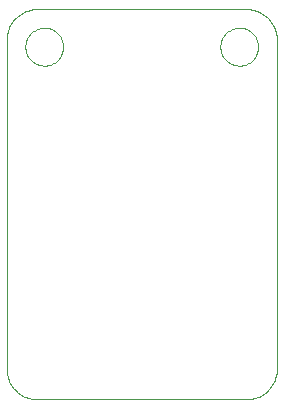
<source format=gbo>
G75*
G70*
%OFA0B0*%
%FSLAX24Y24*%
%IPPOS*%
%LPD*%
%AMOC8*
5,1,8,0,0,1.08239X$1,22.5*
%
%ADD10C,0.0000*%
D10*
X000150Y001150D02*
X000150Y012150D01*
X000152Y012210D01*
X000157Y012271D01*
X000166Y012330D01*
X000179Y012389D01*
X000195Y012448D01*
X000215Y012505D01*
X000238Y012560D01*
X000265Y012615D01*
X000294Y012667D01*
X000327Y012718D01*
X000363Y012767D01*
X000401Y012813D01*
X000443Y012857D01*
X000487Y012899D01*
X000533Y012937D01*
X000582Y012973D01*
X000633Y013006D01*
X000685Y013035D01*
X000740Y013062D01*
X000795Y013085D01*
X000852Y013105D01*
X000911Y013121D01*
X000970Y013134D01*
X001029Y013143D01*
X001090Y013148D01*
X001150Y013150D01*
X008150Y013150D01*
X008210Y013148D01*
X008271Y013143D01*
X008330Y013134D01*
X008389Y013121D01*
X008448Y013105D01*
X008505Y013085D01*
X008560Y013062D01*
X008615Y013035D01*
X008667Y013006D01*
X008718Y012973D01*
X008767Y012937D01*
X008813Y012899D01*
X008857Y012857D01*
X008899Y012813D01*
X008937Y012767D01*
X008973Y012718D01*
X009006Y012667D01*
X009035Y012615D01*
X009062Y012560D01*
X009085Y012505D01*
X009105Y012448D01*
X009121Y012389D01*
X009134Y012330D01*
X009143Y012271D01*
X009148Y012210D01*
X009150Y012150D01*
X009150Y001150D01*
X009148Y001090D01*
X009143Y001029D01*
X009134Y000970D01*
X009121Y000911D01*
X009105Y000852D01*
X009085Y000795D01*
X009062Y000740D01*
X009035Y000685D01*
X009006Y000633D01*
X008973Y000582D01*
X008937Y000533D01*
X008899Y000487D01*
X008857Y000443D01*
X008813Y000401D01*
X008767Y000363D01*
X008718Y000327D01*
X008667Y000294D01*
X008615Y000265D01*
X008560Y000238D01*
X008505Y000215D01*
X008448Y000195D01*
X008389Y000179D01*
X008330Y000166D01*
X008271Y000157D01*
X008210Y000152D01*
X008150Y000150D01*
X001150Y000150D01*
X001090Y000152D01*
X001029Y000157D01*
X000970Y000166D01*
X000911Y000179D01*
X000852Y000195D01*
X000795Y000215D01*
X000740Y000238D01*
X000685Y000265D01*
X000633Y000294D01*
X000582Y000327D01*
X000533Y000363D01*
X000487Y000401D01*
X000443Y000443D01*
X000401Y000487D01*
X000363Y000533D01*
X000327Y000582D01*
X000294Y000633D01*
X000265Y000685D01*
X000238Y000740D01*
X000215Y000795D01*
X000195Y000852D01*
X000179Y000911D01*
X000166Y000970D01*
X000157Y001029D01*
X000152Y001090D01*
X000150Y001150D01*
X000770Y011900D02*
X000772Y011950D01*
X000778Y012000D01*
X000788Y012049D01*
X000802Y012097D01*
X000819Y012144D01*
X000840Y012189D01*
X000865Y012233D01*
X000893Y012274D01*
X000925Y012313D01*
X000959Y012350D01*
X000996Y012384D01*
X001036Y012414D01*
X001078Y012441D01*
X001122Y012465D01*
X001168Y012486D01*
X001215Y012502D01*
X001263Y012515D01*
X001313Y012524D01*
X001362Y012529D01*
X001413Y012530D01*
X001463Y012527D01*
X001512Y012520D01*
X001561Y012509D01*
X001609Y012494D01*
X001655Y012476D01*
X001700Y012454D01*
X001743Y012428D01*
X001784Y012399D01*
X001823Y012367D01*
X001859Y012332D01*
X001891Y012294D01*
X001921Y012254D01*
X001948Y012211D01*
X001971Y012167D01*
X001990Y012121D01*
X002006Y012073D01*
X002018Y012024D01*
X002026Y011975D01*
X002030Y011925D01*
X002030Y011875D01*
X002026Y011825D01*
X002018Y011776D01*
X002006Y011727D01*
X001990Y011679D01*
X001971Y011633D01*
X001948Y011589D01*
X001921Y011546D01*
X001891Y011506D01*
X001859Y011468D01*
X001823Y011433D01*
X001784Y011401D01*
X001743Y011372D01*
X001700Y011346D01*
X001655Y011324D01*
X001609Y011306D01*
X001561Y011291D01*
X001512Y011280D01*
X001463Y011273D01*
X001413Y011270D01*
X001362Y011271D01*
X001313Y011276D01*
X001263Y011285D01*
X001215Y011298D01*
X001168Y011314D01*
X001122Y011335D01*
X001078Y011359D01*
X001036Y011386D01*
X000996Y011416D01*
X000959Y011450D01*
X000925Y011487D01*
X000893Y011526D01*
X000865Y011567D01*
X000840Y011611D01*
X000819Y011656D01*
X000802Y011703D01*
X000788Y011751D01*
X000778Y011800D01*
X000772Y011850D01*
X000770Y011900D01*
X007270Y011900D02*
X007272Y011950D01*
X007278Y012000D01*
X007288Y012049D01*
X007302Y012097D01*
X007319Y012144D01*
X007340Y012189D01*
X007365Y012233D01*
X007393Y012274D01*
X007425Y012313D01*
X007459Y012350D01*
X007496Y012384D01*
X007536Y012414D01*
X007578Y012441D01*
X007622Y012465D01*
X007668Y012486D01*
X007715Y012502D01*
X007763Y012515D01*
X007813Y012524D01*
X007862Y012529D01*
X007913Y012530D01*
X007963Y012527D01*
X008012Y012520D01*
X008061Y012509D01*
X008109Y012494D01*
X008155Y012476D01*
X008200Y012454D01*
X008243Y012428D01*
X008284Y012399D01*
X008323Y012367D01*
X008359Y012332D01*
X008391Y012294D01*
X008421Y012254D01*
X008448Y012211D01*
X008471Y012167D01*
X008490Y012121D01*
X008506Y012073D01*
X008518Y012024D01*
X008526Y011975D01*
X008530Y011925D01*
X008530Y011875D01*
X008526Y011825D01*
X008518Y011776D01*
X008506Y011727D01*
X008490Y011679D01*
X008471Y011633D01*
X008448Y011589D01*
X008421Y011546D01*
X008391Y011506D01*
X008359Y011468D01*
X008323Y011433D01*
X008284Y011401D01*
X008243Y011372D01*
X008200Y011346D01*
X008155Y011324D01*
X008109Y011306D01*
X008061Y011291D01*
X008012Y011280D01*
X007963Y011273D01*
X007913Y011270D01*
X007862Y011271D01*
X007813Y011276D01*
X007763Y011285D01*
X007715Y011298D01*
X007668Y011314D01*
X007622Y011335D01*
X007578Y011359D01*
X007536Y011386D01*
X007496Y011416D01*
X007459Y011450D01*
X007425Y011487D01*
X007393Y011526D01*
X007365Y011567D01*
X007340Y011611D01*
X007319Y011656D01*
X007302Y011703D01*
X007288Y011751D01*
X007278Y011800D01*
X007272Y011850D01*
X007270Y011900D01*
M02*

</source>
